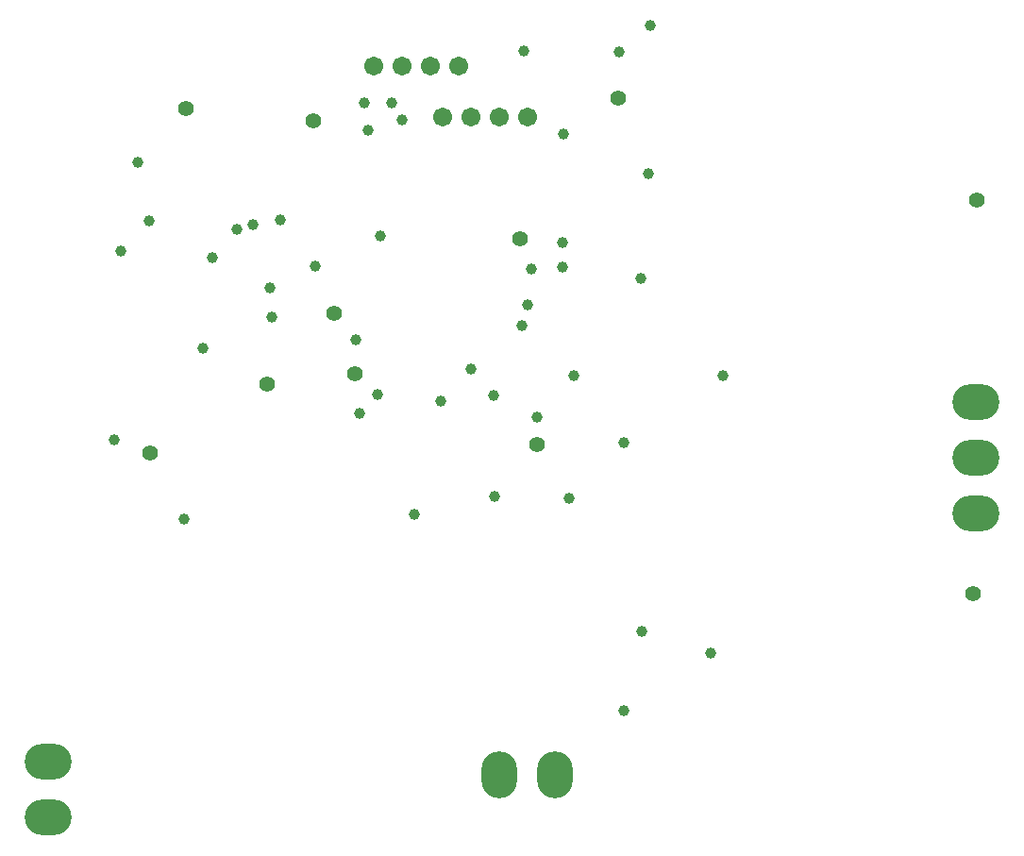
<source format=gbs>
G04 Layer_Color=16711935*
%FSLAX25Y25*%
%MOIN*%
G70*
G01*
G75*
%ADD73C,0.05524*%
%ADD74C,0.06706*%
%ADD75O,0.16548X0.12611*%
%ADD76O,0.12611X0.16548*%
%ADD77C,0.03950*%
D73*
X297146Y375689D02*
D03*
X349311Y303346D02*
D03*
X284449Y254035D02*
D03*
X325590Y278346D02*
D03*
X341929Y371161D02*
D03*
X574902Y204134D02*
D03*
X576378Y343307D02*
D03*
X420965Y256988D02*
D03*
X449803Y379331D02*
D03*
X414961Y329528D02*
D03*
X356594Y281791D02*
D03*
D74*
X397598Y372736D02*
D03*
X387598D02*
D03*
X407598D02*
D03*
X417598D02*
D03*
X373366Y390650D02*
D03*
X363366Y390650D02*
D03*
X383366Y390650D02*
D03*
X393366D02*
D03*
D75*
X248228Y125098D02*
D03*
Y144783D02*
D03*
X576083Y232677D02*
D03*
Y252362D02*
D03*
Y272047D02*
D03*
D76*
X407579Y140157D02*
D03*
X427264D02*
D03*
D77*
X430118Y319587D02*
D03*
Y328150D02*
D03*
X421063Y266732D02*
D03*
X356988Y293898D02*
D03*
X461122Y404921D02*
D03*
X430315Y366535D02*
D03*
X450098Y395571D02*
D03*
X417520Y306201D02*
D03*
X387008Y272342D02*
D03*
X358465Y268012D02*
D03*
X451575Y257677D02*
D03*
X451772Y162795D02*
D03*
X416437Y395965D02*
D03*
X415650Y298917D02*
D03*
X482382Y183268D02*
D03*
X306496Y323031D02*
D03*
X279921Y356594D02*
D03*
X315059Y332874D02*
D03*
X320768Y334547D02*
D03*
X326772Y312106D02*
D03*
X330413Y336417D02*
D03*
X327362Y301870D02*
D03*
X373425Y371555D02*
D03*
X369685Y377461D02*
D03*
X360138Y377559D02*
D03*
X405807Y274114D02*
D03*
X486516Y281102D02*
D03*
X418898Y318898D02*
D03*
X364764Y274508D02*
D03*
X342717Y319980D02*
D03*
X361319Y367815D02*
D03*
X273917Y325098D02*
D03*
X271555Y258661D02*
D03*
X296260Y230512D02*
D03*
X377559Y232382D02*
D03*
X406102Y238484D02*
D03*
X460236Y352559D02*
D03*
X432185Y237894D02*
D03*
X457874Y191043D02*
D03*
X457677Y315748D02*
D03*
X303051Y290846D02*
D03*
X365551Y330610D02*
D03*
X283858Y335925D02*
D03*
X434055Y281398D02*
D03*
X397638Y283465D02*
D03*
M02*

</source>
